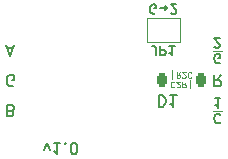
<source format=gbo>
%TF.GenerationSoftware,KiCad,Pcbnew,7.0.7*%
%TF.CreationDate,2023-09-18T16:38:50-04:00*%
%TF.ProjectId,Encoder Mount,456e636f-6465-4722-904d-6f756e742e6b,rev?*%
%TF.SameCoordinates,Original*%
%TF.FileFunction,Legend,Bot*%
%TF.FilePolarity,Positive*%
%FSLAX46Y46*%
G04 Gerber Fmt 4.6, Leading zero omitted, Abs format (unit mm)*
G04 Created by KiCad (PCBNEW 7.0.7) date 2023-09-18 16:38:50*
%MOMM*%
%LPD*%
G01*
G04 APERTURE LIST*
G04 Aperture macros list*
%AMRoundRect*
0 Rectangle with rounded corners*
0 $1 Rounding radius*
0 $2 $3 $4 $5 $6 $7 $8 $9 X,Y pos of 4 corners*
0 Add a 4 corners polygon primitive as box body*
4,1,4,$2,$3,$4,$5,$6,$7,$8,$9,$2,$3,0*
0 Add four circle primitives for the rounded corners*
1,1,$1+$1,$2,$3*
1,1,$1+$1,$4,$5*
1,1,$1+$1,$6,$7*
1,1,$1+$1,$8,$9*
0 Add four rect primitives between the rounded corners*
20,1,$1+$1,$2,$3,$4,$5,0*
20,1,$1+$1,$4,$5,$6,$7,0*
20,1,$1+$1,$6,$7,$8,$9,0*
20,1,$1+$1,$8,$9,$2,$3,0*%
%AMFreePoly0*
4,1,6,1.000000,0.000000,0.500000,-0.750000,-0.500000,-0.750000,-0.500000,0.750000,0.500000,0.750000,1.000000,0.000000,1.000000,0.000000,$1*%
%AMFreePoly1*
4,1,6,0.500000,-0.750000,-0.650000,-0.750000,-0.150000,0.000000,-0.650000,0.750000,0.500000,0.750000,0.500000,-0.750000,0.500000,-0.750000,$1*%
G04 Aperture macros list end*
%ADD10C,0.150000*%
%ADD11C,0.100000*%
%ADD12C,0.120000*%
%ADD13C,0.000000*%
%ADD14C,2.600000*%
%ADD15C,3.500000*%
%ADD16C,4.000000*%
%ADD17R,2.000000X2.000000*%
%ADD18C,2.000000*%
%ADD19C,3.200000*%
%ADD20R,1.700000X1.700000*%
%ADD21O,1.700000X1.700000*%
%ADD22FreePoly0,0.000000*%
%ADD23FreePoly1,0.000000*%
%ADD24RoundRect,0.225000X0.225000X0.375000X-0.225000X0.375000X-0.225000X-0.375000X0.225000X-0.375000X0*%
G04 APERTURE END LIST*
D10*
X108860839Y-99543430D02*
X108527506Y-100019621D01*
X108289411Y-99543430D02*
X108289411Y-100543430D01*
X108289411Y-100543430D02*
X108670363Y-100543430D01*
X108670363Y-100543430D02*
X108765601Y-100495811D01*
X108765601Y-100495811D02*
X108813220Y-100448192D01*
X108813220Y-100448192D02*
X108860839Y-100352954D01*
X108860839Y-100352954D02*
X108860839Y-100210097D01*
X108860839Y-100210097D02*
X108813220Y-100114859D01*
X108813220Y-100114859D02*
X108765601Y-100067240D01*
X108765601Y-100067240D02*
X108670363Y-100019621D01*
X108670363Y-100019621D02*
X108289411Y-100019621D01*
X108296429Y-97179514D02*
X108334525Y-97217609D01*
X108334525Y-97217609D02*
X108410715Y-97255704D01*
X108410715Y-97255704D02*
X108601191Y-97255704D01*
X108601191Y-97255704D02*
X108677382Y-97217609D01*
X108677382Y-97217609D02*
X108715477Y-97179514D01*
X108715477Y-97179514D02*
X108753572Y-97103323D01*
X108753572Y-97103323D02*
X108753572Y-97027133D01*
X108753572Y-97027133D02*
X108715477Y-96912847D01*
X108715477Y-96912847D02*
X108258334Y-96455704D01*
X108258334Y-96455704D02*
X108753572Y-96455704D01*
X108772620Y-102925895D02*
X108734524Y-102887800D01*
X108734524Y-102887800D02*
X108620239Y-102849704D01*
X108620239Y-102849704D02*
X108544048Y-102849704D01*
X108544048Y-102849704D02*
X108429762Y-102887800D01*
X108429762Y-102887800D02*
X108353572Y-102963990D01*
X108353572Y-102963990D02*
X108315477Y-103040180D01*
X108315477Y-103040180D02*
X108277381Y-103192561D01*
X108277381Y-103192561D02*
X108277381Y-103306847D01*
X108277381Y-103306847D02*
X108315477Y-103459228D01*
X108315477Y-103459228D02*
X108353572Y-103535419D01*
X108353572Y-103535419D02*
X108429762Y-103611609D01*
X108429762Y-103611609D02*
X108544048Y-103649704D01*
X108544048Y-103649704D02*
X108620239Y-103649704D01*
X108620239Y-103649704D02*
X108734524Y-103611609D01*
X108734524Y-103611609D02*
X108772620Y-103573514D01*
X93871656Y-105961847D02*
X94109751Y-105295180D01*
X94109751Y-105295180D02*
X94347846Y-105961847D01*
X95252608Y-105295180D02*
X94681180Y-105295180D01*
X94966894Y-105295180D02*
X94966894Y-106295180D01*
X94966894Y-106295180D02*
X94871656Y-106152323D01*
X94871656Y-106152323D02*
X94776418Y-106057085D01*
X94776418Y-106057085D02*
X94681180Y-106009466D01*
X95681180Y-105390419D02*
X95728799Y-105342800D01*
X95728799Y-105342800D02*
X95681180Y-105295180D01*
X95681180Y-105295180D02*
X95633561Y-105342800D01*
X95633561Y-105342800D02*
X95681180Y-105390419D01*
X95681180Y-105390419D02*
X95681180Y-105295180D01*
X96347846Y-106295180D02*
X96443084Y-106295180D01*
X96443084Y-106295180D02*
X96538322Y-106247561D01*
X96538322Y-106247561D02*
X96585941Y-106199942D01*
X96585941Y-106199942D02*
X96633560Y-106104704D01*
X96633560Y-106104704D02*
X96681179Y-105914228D01*
X96681179Y-105914228D02*
X96681179Y-105676133D01*
X96681179Y-105676133D02*
X96633560Y-105485657D01*
X96633560Y-105485657D02*
X96585941Y-105390419D01*
X96585941Y-105390419D02*
X96538322Y-105342800D01*
X96538322Y-105342800D02*
X96443084Y-105295180D01*
X96443084Y-105295180D02*
X96347846Y-105295180D01*
X96347846Y-105295180D02*
X96252608Y-105342800D01*
X96252608Y-105342800D02*
X96204989Y-105390419D01*
X96204989Y-105390419D02*
X96157370Y-105485657D01*
X96157370Y-105485657D02*
X96109751Y-105676133D01*
X96109751Y-105676133D02*
X96109751Y-105914228D01*
X96109751Y-105914228D02*
X96157370Y-106104704D01*
X96157370Y-106104704D02*
X96204989Y-106199942D01*
X96204989Y-106199942D02*
X96252608Y-106247561D01*
X96252608Y-106247561D02*
X96347846Y-106295180D01*
D11*
X108905952Y-102603533D02*
X108144048Y-102603533D01*
D10*
X91074999Y-102607240D02*
X91217856Y-102559621D01*
X91217856Y-102559621D02*
X91265475Y-102512002D01*
X91265475Y-102512002D02*
X91313094Y-102416764D01*
X91313094Y-102416764D02*
X91313094Y-102273907D01*
X91313094Y-102273907D02*
X91265475Y-102178669D01*
X91265475Y-102178669D02*
X91217856Y-102131050D01*
X91217856Y-102131050D02*
X91122618Y-102083430D01*
X91122618Y-102083430D02*
X90741666Y-102083430D01*
X90741666Y-102083430D02*
X90741666Y-103083430D01*
X90741666Y-103083430D02*
X91074999Y-103083430D01*
X91074999Y-103083430D02*
X91170237Y-103035811D01*
X91170237Y-103035811D02*
X91217856Y-102988192D01*
X91217856Y-102988192D02*
X91265475Y-102892954D01*
X91265475Y-102892954D02*
X91265475Y-102797716D01*
X91265475Y-102797716D02*
X91217856Y-102702478D01*
X91217856Y-102702478D02*
X91170237Y-102654859D01*
X91170237Y-102654859D02*
X91074999Y-102607240D01*
X91074999Y-102607240D02*
X90741666Y-102607240D01*
X91265475Y-100495811D02*
X91170237Y-100543430D01*
X91170237Y-100543430D02*
X91027380Y-100543430D01*
X91027380Y-100543430D02*
X90884523Y-100495811D01*
X90884523Y-100495811D02*
X90789285Y-100400573D01*
X90789285Y-100400573D02*
X90741666Y-100305335D01*
X90741666Y-100305335D02*
X90694047Y-100114859D01*
X90694047Y-100114859D02*
X90694047Y-99972002D01*
X90694047Y-99972002D02*
X90741666Y-99781526D01*
X90741666Y-99781526D02*
X90789285Y-99686288D01*
X90789285Y-99686288D02*
X90884523Y-99591050D01*
X90884523Y-99591050D02*
X91027380Y-99543430D01*
X91027380Y-99543430D02*
X91122618Y-99543430D01*
X91122618Y-99543430D02*
X91265475Y-99591050D01*
X91265475Y-99591050D02*
X91313094Y-99638669D01*
X91313094Y-99638669D02*
X91313094Y-99972002D01*
X91313094Y-99972002D02*
X91122618Y-99972002D01*
D11*
X108905952Y-97523533D02*
X108144048Y-97523533D01*
D10*
X108734523Y-98531609D02*
X108658333Y-98569704D01*
X108658333Y-98569704D02*
X108544047Y-98569704D01*
X108544047Y-98569704D02*
X108429761Y-98531609D01*
X108429761Y-98531609D02*
X108353571Y-98455419D01*
X108353571Y-98455419D02*
X108315476Y-98379228D01*
X108315476Y-98379228D02*
X108277380Y-98226847D01*
X108277380Y-98226847D02*
X108277380Y-98112561D01*
X108277380Y-98112561D02*
X108315476Y-97960180D01*
X108315476Y-97960180D02*
X108353571Y-97883990D01*
X108353571Y-97883990D02*
X108429761Y-97807800D01*
X108429761Y-97807800D02*
X108544047Y-97769704D01*
X108544047Y-97769704D02*
X108620238Y-97769704D01*
X108620238Y-97769704D02*
X108734523Y-97807800D01*
X108734523Y-97807800D02*
X108772619Y-97845895D01*
X108772619Y-97845895D02*
X108772619Y-98112561D01*
X108772619Y-98112561D02*
X108620238Y-98112561D01*
D11*
X104894360Y-100184509D02*
X104870551Y-100160700D01*
X104870551Y-100160700D02*
X104799122Y-100136890D01*
X104799122Y-100136890D02*
X104751503Y-100136890D01*
X104751503Y-100136890D02*
X104680075Y-100160700D01*
X104680075Y-100160700D02*
X104632456Y-100208319D01*
X104632456Y-100208319D02*
X104608646Y-100255938D01*
X104608646Y-100255938D02*
X104584837Y-100351176D01*
X104584837Y-100351176D02*
X104584837Y-100422604D01*
X104584837Y-100422604D02*
X104608646Y-100517842D01*
X104608646Y-100517842D02*
X104632456Y-100565461D01*
X104632456Y-100565461D02*
X104680075Y-100613080D01*
X104680075Y-100613080D02*
X104751503Y-100636890D01*
X104751503Y-100636890D02*
X104799122Y-100636890D01*
X104799122Y-100636890D02*
X104870551Y-100613080D01*
X104870551Y-100613080D02*
X104894360Y-100589271D01*
X105084837Y-100589271D02*
X105108646Y-100613080D01*
X105108646Y-100613080D02*
X105156265Y-100636890D01*
X105156265Y-100636890D02*
X105275313Y-100636890D01*
X105275313Y-100636890D02*
X105322932Y-100613080D01*
X105322932Y-100613080D02*
X105346741Y-100589271D01*
X105346741Y-100589271D02*
X105370551Y-100541652D01*
X105370551Y-100541652D02*
X105370551Y-100494033D01*
X105370551Y-100494033D02*
X105346741Y-100422604D01*
X105346741Y-100422604D02*
X105061027Y-100136890D01*
X105061027Y-100136890D02*
X105370551Y-100136890D01*
X105870550Y-100136890D02*
X105703884Y-100374985D01*
X105584836Y-100136890D02*
X105584836Y-100636890D01*
X105584836Y-100636890D02*
X105775312Y-100636890D01*
X105775312Y-100636890D02*
X105822931Y-100613080D01*
X105822931Y-100613080D02*
X105846741Y-100589271D01*
X105846741Y-100589271D02*
X105870550Y-100541652D01*
X105870550Y-100541652D02*
X105870550Y-100470223D01*
X105870550Y-100470223D02*
X105846741Y-100422604D01*
X105846741Y-100422604D02*
X105822931Y-100398795D01*
X105822931Y-100398795D02*
X105775312Y-100374985D01*
X105775312Y-100374985D02*
X105584836Y-100374985D01*
X106203884Y-99970223D02*
X106203884Y-100684509D01*
X104727694Y-99165223D02*
X104727694Y-99879509D01*
X105370550Y-99331890D02*
X105203884Y-99569985D01*
X105084836Y-99331890D02*
X105084836Y-99831890D01*
X105084836Y-99831890D02*
X105275312Y-99831890D01*
X105275312Y-99831890D02*
X105322931Y-99808080D01*
X105322931Y-99808080D02*
X105346741Y-99784271D01*
X105346741Y-99784271D02*
X105370550Y-99736652D01*
X105370550Y-99736652D02*
X105370550Y-99665223D01*
X105370550Y-99665223D02*
X105346741Y-99617604D01*
X105346741Y-99617604D02*
X105322931Y-99593795D01*
X105322931Y-99593795D02*
X105275312Y-99569985D01*
X105275312Y-99569985D02*
X105084836Y-99569985D01*
X105561027Y-99784271D02*
X105584836Y-99808080D01*
X105584836Y-99808080D02*
X105632455Y-99831890D01*
X105632455Y-99831890D02*
X105751503Y-99831890D01*
X105751503Y-99831890D02*
X105799122Y-99808080D01*
X105799122Y-99808080D02*
X105822931Y-99784271D01*
X105822931Y-99784271D02*
X105846741Y-99736652D01*
X105846741Y-99736652D02*
X105846741Y-99689033D01*
X105846741Y-99689033D02*
X105822931Y-99617604D01*
X105822931Y-99617604D02*
X105537217Y-99331890D01*
X105537217Y-99331890D02*
X105846741Y-99331890D01*
X106346740Y-99379509D02*
X106322931Y-99355700D01*
X106322931Y-99355700D02*
X106251502Y-99331890D01*
X106251502Y-99331890D02*
X106203883Y-99331890D01*
X106203883Y-99331890D02*
X106132455Y-99355700D01*
X106132455Y-99355700D02*
X106084836Y-99403319D01*
X106084836Y-99403319D02*
X106061026Y-99450938D01*
X106061026Y-99450938D02*
X106037217Y-99546176D01*
X106037217Y-99546176D02*
X106037217Y-99617604D01*
X106037217Y-99617604D02*
X106061026Y-99712842D01*
X106061026Y-99712842D02*
X106084836Y-99760461D01*
X106084836Y-99760461D02*
X106132455Y-99808080D01*
X106132455Y-99808080D02*
X106203883Y-99831890D01*
X106203883Y-99831890D02*
X106251502Y-99831890D01*
X106251502Y-99831890D02*
X106322931Y-99808080D01*
X106322931Y-99808080D02*
X106346740Y-99784271D01*
D10*
X108803572Y-101535704D02*
X108346429Y-101535704D01*
X108575001Y-101535704D02*
X108575001Y-102335704D01*
X108575001Y-102335704D02*
X108498810Y-102221419D01*
X108498810Y-102221419D02*
X108422620Y-102145228D01*
X108422620Y-102145228D02*
X108346429Y-102107133D01*
X90765477Y-97289145D02*
X91241667Y-97289145D01*
X90670239Y-97003430D02*
X91003572Y-98003430D01*
X91003572Y-98003430D02*
X91336905Y-97003430D01*
X103287017Y-94367609D02*
X103210827Y-94405704D01*
X103210827Y-94405704D02*
X103096541Y-94405704D01*
X103096541Y-94405704D02*
X102982255Y-94367609D01*
X102982255Y-94367609D02*
X102906065Y-94291419D01*
X102906065Y-94291419D02*
X102867970Y-94215228D01*
X102867970Y-94215228D02*
X102829874Y-94062847D01*
X102829874Y-94062847D02*
X102829874Y-93948561D01*
X102829874Y-93948561D02*
X102867970Y-93796180D01*
X102867970Y-93796180D02*
X102906065Y-93719990D01*
X102906065Y-93719990D02*
X102982255Y-93643800D01*
X102982255Y-93643800D02*
X103096541Y-93605704D01*
X103096541Y-93605704D02*
X103172732Y-93605704D01*
X103172732Y-93605704D02*
X103287017Y-93643800D01*
X103287017Y-93643800D02*
X103325113Y-93681895D01*
X103325113Y-93681895D02*
X103325113Y-93948561D01*
X103325113Y-93948561D02*
X103172732Y-93948561D01*
X103667970Y-93910466D02*
X104277494Y-93910466D01*
X104125113Y-93758085D02*
X104277494Y-93910466D01*
X104277494Y-93910466D02*
X104125113Y-94062847D01*
X104620350Y-94329514D02*
X104658446Y-94367609D01*
X104658446Y-94367609D02*
X104734636Y-94405704D01*
X104734636Y-94405704D02*
X104925112Y-94405704D01*
X104925112Y-94405704D02*
X105001303Y-94367609D01*
X105001303Y-94367609D02*
X105039398Y-94329514D01*
X105039398Y-94329514D02*
X105077493Y-94253323D01*
X105077493Y-94253323D02*
X105077493Y-94177133D01*
X105077493Y-94177133D02*
X105039398Y-94062847D01*
X105039398Y-94062847D02*
X104582255Y-93605704D01*
X104582255Y-93605704D02*
X105077493Y-93605704D01*
X103333333Y-97905704D02*
X103333333Y-97334276D01*
X103333333Y-97334276D02*
X103295238Y-97219990D01*
X103295238Y-97219990D02*
X103219047Y-97143800D01*
X103219047Y-97143800D02*
X103104762Y-97105704D01*
X103104762Y-97105704D02*
X103028571Y-97105704D01*
X103714286Y-97105704D02*
X103714286Y-97905704D01*
X103714286Y-97905704D02*
X104019048Y-97905704D01*
X104019048Y-97905704D02*
X104095238Y-97867609D01*
X104095238Y-97867609D02*
X104133333Y-97829514D01*
X104133333Y-97829514D02*
X104171429Y-97753323D01*
X104171429Y-97753323D02*
X104171429Y-97639038D01*
X104171429Y-97639038D02*
X104133333Y-97562847D01*
X104133333Y-97562847D02*
X104095238Y-97524752D01*
X104095238Y-97524752D02*
X104019048Y-97486657D01*
X104019048Y-97486657D02*
X103714286Y-97486657D01*
X104933333Y-97105704D02*
X104476190Y-97105704D01*
X104704762Y-97105704D02*
X104704762Y-97905704D01*
X104704762Y-97905704D02*
X104628571Y-97791419D01*
X104628571Y-97791419D02*
X104552381Y-97715228D01*
X104552381Y-97715228D02*
X104476190Y-97677133D01*
X103586779Y-101295180D02*
X103586779Y-102295180D01*
X103586779Y-102295180D02*
X103824874Y-102295180D01*
X103824874Y-102295180D02*
X103967731Y-102247561D01*
X103967731Y-102247561D02*
X104062969Y-102152323D01*
X104062969Y-102152323D02*
X104110588Y-102057085D01*
X104110588Y-102057085D02*
X104158207Y-101866609D01*
X104158207Y-101866609D02*
X104158207Y-101723752D01*
X104158207Y-101723752D02*
X104110588Y-101533276D01*
X104110588Y-101533276D02*
X104062969Y-101438038D01*
X104062969Y-101438038D02*
X103967731Y-101342800D01*
X103967731Y-101342800D02*
X103824874Y-101295180D01*
X103824874Y-101295180D02*
X103586779Y-101295180D01*
X105110588Y-101295180D02*
X104539160Y-101295180D01*
X104824874Y-101295180D02*
X104824874Y-102295180D01*
X104824874Y-102295180D02*
X104729636Y-102152323D01*
X104729636Y-102152323D02*
X104634398Y-102057085D01*
X104634398Y-102057085D02*
X104539160Y-102009466D01*
D12*
X102600000Y-94750000D02*
X102600000Y-96750000D01*
X102600000Y-96750000D02*
X105400000Y-96750000D01*
X105400000Y-94750000D02*
X102600000Y-94750000D01*
X105400000Y-96750000D02*
X105400000Y-94750000D01*
%LPC*%
D13*
G36*
X96379952Y-92628973D02*
G01*
X96381984Y-92629242D01*
X96383986Y-92629668D01*
X96385942Y-92630253D01*
X96387836Y-92630993D01*
X96389652Y-92631887D01*
X96390526Y-92632392D01*
X96391376Y-92632934D01*
X96392198Y-92633515D01*
X96392991Y-92634133D01*
X96393753Y-92634789D01*
X96394482Y-92635483D01*
X96711084Y-92952032D01*
X96711783Y-92952766D01*
X96712443Y-92953532D01*
X96713066Y-92954330D01*
X96713650Y-92955156D01*
X96714196Y-92956009D01*
X96714704Y-92956886D01*
X96715174Y-92957787D01*
X96715604Y-92958709D01*
X96715996Y-92959650D01*
X96716349Y-92960608D01*
X96716936Y-92962568D01*
X96717365Y-92964573D01*
X96717634Y-92966609D01*
X96717741Y-92968659D01*
X96717686Y-92970708D01*
X96717467Y-92972741D01*
X96717296Y-92973746D01*
X96717083Y-92974742D01*
X96716828Y-92975725D01*
X96716532Y-92976695D01*
X96716193Y-92977650D01*
X96715812Y-92978586D01*
X96715389Y-92979503D01*
X96714923Y-92980399D01*
X96714414Y-92981271D01*
X96713863Y-92982118D01*
X96472832Y-93333331D01*
X96471749Y-93335069D01*
X96470784Y-93336937D01*
X96469937Y-93338919D01*
X96469210Y-93340996D01*
X96468605Y-93343152D01*
X96468122Y-93345369D01*
X96467763Y-93347630D01*
X96467530Y-93349919D01*
X96467424Y-93352216D01*
X96467446Y-93354507D01*
X96467597Y-93356772D01*
X96467880Y-93358995D01*
X96468294Y-93361159D01*
X96468842Y-93363246D01*
X96469526Y-93365239D01*
X96470345Y-93367121D01*
X96602807Y-93698013D01*
X96603135Y-93698977D01*
X96603509Y-93699938D01*
X96604386Y-93701847D01*
X96605426Y-93703728D01*
X96606616Y-93705569D01*
X96607943Y-93707358D01*
X96609395Y-93709085D01*
X96610958Y-93710736D01*
X96612621Y-93712301D01*
X96614370Y-93713769D01*
X96616193Y-93715126D01*
X96618077Y-93716363D01*
X96620010Y-93717466D01*
X96621978Y-93718425D01*
X96623970Y-93719228D01*
X96624970Y-93719567D01*
X96625972Y-93719863D01*
X96626973Y-93720114D01*
X96627971Y-93720319D01*
X97052269Y-93799278D01*
X97053256Y-93799484D01*
X97054230Y-93799738D01*
X97055191Y-93800040D01*
X97056137Y-93800388D01*
X97057067Y-93800780D01*
X97057980Y-93801214D01*
X97058874Y-93801689D01*
X97059748Y-93802205D01*
X97060602Y-93802758D01*
X97061433Y-93803348D01*
X97062241Y-93803973D01*
X97063024Y-93804631D01*
X97063781Y-93805321D01*
X97064510Y-93806042D01*
X97065212Y-93806792D01*
X97065883Y-93807570D01*
X97066524Y-93808373D01*
X97067132Y-93809201D01*
X97067706Y-93810052D01*
X97068246Y-93810924D01*
X97068750Y-93811817D01*
X97069217Y-93812727D01*
X97069645Y-93813655D01*
X97070033Y-93814597D01*
X97070381Y-93815554D01*
X97070686Y-93816523D01*
X97070947Y-93817503D01*
X97071164Y-93818492D01*
X97071335Y-93819488D01*
X97071459Y-93820491D01*
X97071534Y-93821499D01*
X97071559Y-93822510D01*
X97071612Y-94270199D01*
X97071589Y-94271212D01*
X97071517Y-94272222D01*
X97071395Y-94273226D01*
X97071227Y-94274223D01*
X97071013Y-94275212D01*
X97070753Y-94276192D01*
X97070451Y-94277160D01*
X97070106Y-94278116D01*
X97069719Y-94279058D01*
X97069294Y-94279984D01*
X97068327Y-94281784D01*
X97067217Y-94283504D01*
X97065972Y-94285133D01*
X97064603Y-94286658D01*
X97063120Y-94288069D01*
X97061532Y-94289352D01*
X97059849Y-94290497D01*
X97058976Y-94291014D01*
X97058083Y-94291492D01*
X97057171Y-94291930D01*
X97056241Y-94292325D01*
X97055296Y-94292677D01*
X97054335Y-94292984D01*
X97053361Y-94293245D01*
X97052375Y-94293458D01*
X96617387Y-94374348D01*
X96615393Y-94374812D01*
X96613389Y-94375451D01*
X96611387Y-94376254D01*
X96609401Y-94377210D01*
X96607445Y-94378307D01*
X96605532Y-94379535D01*
X96603674Y-94380882D01*
X96601885Y-94382336D01*
X96600178Y-94383887D01*
X96598566Y-94385523D01*
X96597063Y-94387233D01*
X96595682Y-94389006D01*
X96594436Y-94390830D01*
X96593339Y-94392693D01*
X96592402Y-94394586D01*
X96591641Y-94396496D01*
X96458305Y-94707568D01*
X96457442Y-94709431D01*
X96456716Y-94711404D01*
X96456127Y-94713472D01*
X96455674Y-94715618D01*
X96455355Y-94717823D01*
X96455170Y-94720072D01*
X96455118Y-94722348D01*
X96455196Y-94724632D01*
X96455405Y-94726909D01*
X96455743Y-94729161D01*
X96456209Y-94731371D01*
X96456802Y-94733522D01*
X96457521Y-94735598D01*
X96458365Y-94737581D01*
X96459332Y-94739454D01*
X96460422Y-94741200D01*
X96713863Y-95110591D01*
X96714410Y-95111438D01*
X96714914Y-95112310D01*
X96715377Y-95113205D01*
X96715797Y-95114122D01*
X96716175Y-95115058D01*
X96716512Y-95116012D01*
X96717060Y-95117964D01*
X96717444Y-95119963D01*
X96717663Y-95121993D01*
X96717719Y-95124040D01*
X96717614Y-95126087D01*
X96717348Y-95128120D01*
X96716922Y-95130123D01*
X96716338Y-95132081D01*
X96715597Y-95133978D01*
X96714700Y-95135799D01*
X96714193Y-95136676D01*
X96713648Y-95137528D01*
X96713064Y-95138354D01*
X96712442Y-95139151D01*
X96711782Y-95139917D01*
X96711084Y-95140651D01*
X96394535Y-95457200D01*
X96393801Y-95457898D01*
X96393035Y-95458559D01*
X96392238Y-95459181D01*
X96391413Y-95459766D01*
X96390562Y-95460312D01*
X96389685Y-95460820D01*
X96388786Y-95461289D01*
X96387866Y-95461720D01*
X96386927Y-95462112D01*
X96385971Y-95462464D01*
X96384016Y-95463052D01*
X96382015Y-95463480D01*
X96379985Y-95463749D01*
X96377940Y-95463857D01*
X96375895Y-95463802D01*
X96373867Y-95463583D01*
X96372864Y-95463412D01*
X96371870Y-95463199D01*
X96370888Y-95462944D01*
X96369920Y-95462647D01*
X96368967Y-95462309D01*
X96368031Y-95461928D01*
X96367115Y-95461505D01*
X96366220Y-95461039D01*
X96365349Y-95460530D01*
X96364502Y-95459979D01*
X95988628Y-95202040D01*
X95986889Y-95200953D01*
X95985019Y-95199985D01*
X95983036Y-95199137D01*
X95980955Y-95198411D01*
X95978796Y-95197807D01*
X95976576Y-95197327D01*
X95974311Y-95196973D01*
X95972020Y-95196744D01*
X95969720Y-95196643D01*
X95967429Y-95196671D01*
X95965163Y-95196828D01*
X95962941Y-95197117D01*
X95960780Y-95197537D01*
X95958698Y-95198092D01*
X95956711Y-95198781D01*
X95954837Y-95199605D01*
X95653291Y-95323044D01*
X95652332Y-95323385D01*
X95651376Y-95323772D01*
X95650424Y-95324202D01*
X95649478Y-95324675D01*
X95647609Y-95325742D01*
X95645781Y-95326959D01*
X95644003Y-95328312D01*
X95642288Y-95329789D01*
X95640647Y-95331377D01*
X95639091Y-95333063D01*
X95637632Y-95334834D01*
X95636280Y-95336676D01*
X95635048Y-95338576D01*
X95633945Y-95340522D01*
X95632984Y-95342501D01*
X95632176Y-95344498D01*
X95631532Y-95346502D01*
X95631276Y-95347503D01*
X95631064Y-95348500D01*
X95547316Y-95798411D01*
X95547108Y-95799400D01*
X95546851Y-95800376D01*
X95546548Y-95801339D01*
X95546199Y-95802286D01*
X95545807Y-95803218D01*
X95545372Y-95804131D01*
X95544897Y-95805027D01*
X95544382Y-95805902D01*
X95543829Y-95806755D01*
X95543240Y-95807587D01*
X95542617Y-95808395D01*
X95541959Y-95809177D01*
X95541270Y-95809934D01*
X95540551Y-95810664D01*
X95539803Y-95811364D01*
X95539027Y-95812035D01*
X95538226Y-95812675D01*
X95537400Y-95813282D01*
X95536551Y-95813856D01*
X95535680Y-95814395D01*
X95534790Y-95814898D01*
X95533882Y-95815364D01*
X95532956Y-95815792D01*
X95532015Y-95816179D01*
X95531060Y-95816526D01*
X95530093Y-95816830D01*
X95529114Y-95817091D01*
X95528126Y-95817307D01*
X95527131Y-95817478D01*
X95526128Y-95817601D01*
X95525121Y-95817676D01*
X95524110Y-95817701D01*
X95076395Y-95817701D01*
X95075386Y-95817676D01*
X95074381Y-95817601D01*
X95073381Y-95817478D01*
X95072387Y-95817307D01*
X95071401Y-95817091D01*
X95070424Y-95816830D01*
X95069458Y-95816526D01*
X95068505Y-95816179D01*
X95067565Y-95815792D01*
X95066641Y-95815364D01*
X95064844Y-95814395D01*
X95063127Y-95813282D01*
X95061500Y-95812035D01*
X95059978Y-95810664D01*
X95058570Y-95809177D01*
X95057290Y-95807587D01*
X95056701Y-95806755D01*
X95056148Y-95805902D01*
X95055634Y-95805027D01*
X95055158Y-95804131D01*
X95054724Y-95803218D01*
X95054331Y-95802286D01*
X95053983Y-95801339D01*
X95053680Y-95800376D01*
X95053423Y-95799400D01*
X95053215Y-95798411D01*
X94969493Y-95348500D01*
X94969025Y-95346502D01*
X94968382Y-95344498D01*
X94967575Y-95342501D01*
X94966616Y-95340522D01*
X94965515Y-95338576D01*
X94964284Y-95336676D01*
X94962934Y-95334834D01*
X94961476Y-95333063D01*
X94959921Y-95331377D01*
X94958280Y-95329789D01*
X94956566Y-95328312D01*
X94954788Y-95326959D01*
X94952958Y-95325742D01*
X94951086Y-95324675D01*
X94949186Y-95323772D01*
X94947266Y-95323044D01*
X94645693Y-95199605D01*
X94643815Y-95198781D01*
X94641825Y-95198092D01*
X94639738Y-95197537D01*
X94637575Y-95197117D01*
X94635350Y-95196828D01*
X94633083Y-95196671D01*
X94630791Y-95196643D01*
X94628491Y-95196744D01*
X94626200Y-95196973D01*
X94623936Y-95197327D01*
X94621718Y-95197807D01*
X94619561Y-95198411D01*
X94617483Y-95199137D01*
X94615503Y-95199985D01*
X94613637Y-95200953D01*
X94611903Y-95202040D01*
X94236055Y-95459979D01*
X94235206Y-95460530D01*
X94234332Y-95461039D01*
X94233434Y-95461505D01*
X94232516Y-95461928D01*
X94231578Y-95462309D01*
X94230623Y-95462647D01*
X94228668Y-95463199D01*
X94226667Y-95463583D01*
X94224635Y-95463802D01*
X94222587Y-95463857D01*
X94220539Y-95463749D01*
X94218507Y-95463480D01*
X94216504Y-95463052D01*
X94214548Y-95462464D01*
X94212654Y-95461720D01*
X94210835Y-95460820D01*
X94209960Y-95460312D01*
X94209110Y-95459766D01*
X94208286Y-95459181D01*
X94207491Y-95458559D01*
X94206727Y-95457898D01*
X94205996Y-95457200D01*
X93889420Y-95140651D01*
X93888724Y-95139917D01*
X93888066Y-95139151D01*
X93887445Y-95138354D01*
X93886862Y-95137528D01*
X93886317Y-95136676D01*
X93885810Y-95135799D01*
X93885341Y-95134899D01*
X93884911Y-95133978D01*
X93884520Y-95133038D01*
X93884167Y-95132081D01*
X93883580Y-95130123D01*
X93883151Y-95128120D01*
X93882881Y-95126087D01*
X93882772Y-95124040D01*
X93882825Y-95121993D01*
X93883042Y-95119963D01*
X93883213Y-95118958D01*
X93883425Y-95117964D01*
X93883679Y-95116981D01*
X93883975Y-95116012D01*
X93884313Y-95115058D01*
X93884693Y-95114122D01*
X93885116Y-95113205D01*
X93885582Y-95112310D01*
X93886090Y-95111438D01*
X93886641Y-95110591D01*
X94140109Y-94741200D01*
X94141189Y-94739454D01*
X94142149Y-94737581D01*
X94142985Y-94735598D01*
X94143699Y-94733522D01*
X94144287Y-94731371D01*
X94144749Y-94729161D01*
X94145084Y-94726909D01*
X94145292Y-94724632D01*
X94145369Y-94722348D01*
X94145317Y-94720072D01*
X94145133Y-94717823D01*
X94144816Y-94715618D01*
X94144365Y-94713472D01*
X94143779Y-94711404D01*
X94143058Y-94709431D01*
X94142199Y-94707568D01*
X94008837Y-94396496D01*
X94008481Y-94395540D01*
X94008080Y-94394586D01*
X94007149Y-94392693D01*
X94006056Y-94390830D01*
X94004814Y-94389006D01*
X94003437Y-94387233D01*
X94001937Y-94385523D01*
X94000328Y-94383887D01*
X93998623Y-94382336D01*
X93996835Y-94380882D01*
X93994977Y-94379535D01*
X93993061Y-94378307D01*
X93991103Y-94377210D01*
X93989113Y-94376254D01*
X93987106Y-94375451D01*
X93985094Y-94374812D01*
X93984090Y-94374558D01*
X93983091Y-94374348D01*
X93548129Y-94293458D01*
X93547138Y-94293245D01*
X93546160Y-94292984D01*
X93545196Y-94292677D01*
X93544247Y-94292325D01*
X93543314Y-94291930D01*
X93542399Y-94291492D01*
X93541504Y-94291015D01*
X93540628Y-94290498D01*
X93539774Y-94289943D01*
X93538942Y-94289353D01*
X93538134Y-94288728D01*
X93537352Y-94288070D01*
X93536595Y-94287380D01*
X93535866Y-94286660D01*
X93535166Y-94285912D01*
X93534496Y-94285136D01*
X93533857Y-94284335D01*
X93533250Y-94283509D01*
X93532677Y-94282660D01*
X93532138Y-94281791D01*
X93531636Y-94280901D01*
X93531171Y-94279993D01*
X93530745Y-94279068D01*
X93530358Y-94278127D01*
X93530012Y-94277173D01*
X93529708Y-94276206D01*
X93529448Y-94275228D01*
X93529232Y-94274241D01*
X93529062Y-94273246D01*
X93528939Y-94272244D01*
X93528865Y-94271236D01*
X93528840Y-94270226D01*
X93528866Y-93822537D01*
X93528891Y-93821526D01*
X93528966Y-93820518D01*
X93529089Y-93819515D01*
X93529260Y-93818518D01*
X93529476Y-93817529D01*
X93529737Y-93816549D01*
X93530041Y-93815580D01*
X93530388Y-93814624D01*
X93531203Y-93812754D01*
X93532172Y-93810951D01*
X93533285Y-93809228D01*
X93534532Y-93807596D01*
X93535904Y-93806069D01*
X93537390Y-93804657D01*
X93538980Y-93803374D01*
X93539812Y-93802784D01*
X93540666Y-93802231D01*
X93541541Y-93801716D01*
X93542436Y-93801240D01*
X93543349Y-93800806D01*
X93544281Y-93800414D01*
X93545228Y-93800067D01*
X93546191Y-93799765D01*
X93547167Y-93799510D01*
X93548156Y-93799304D01*
X93972453Y-93720346D01*
X93973450Y-93720141D01*
X93974450Y-93719890D01*
X93976450Y-93719255D01*
X93978442Y-93718452D01*
X93980412Y-93717493D01*
X93982348Y-93716389D01*
X93984236Y-93715153D01*
X93986063Y-93713795D01*
X93987817Y-93712328D01*
X93989485Y-93710763D01*
X93991053Y-93709111D01*
X93992508Y-93707385D01*
X93993838Y-93705595D01*
X93995030Y-93703754D01*
X93996070Y-93701874D01*
X93996946Y-93699965D01*
X93997318Y-93699003D01*
X93997644Y-93698039D01*
X94130106Y-93367148D01*
X94130926Y-93365266D01*
X94131610Y-93363272D01*
X94132159Y-93361185D01*
X94132575Y-93359022D01*
X94132859Y-93356798D01*
X94133011Y-93354533D01*
X94133034Y-93352243D01*
X94132928Y-93349945D01*
X94132694Y-93347657D01*
X94132335Y-93345395D01*
X94131850Y-93343178D01*
X94131241Y-93341022D01*
X94130510Y-93338945D01*
X94129658Y-93336964D01*
X94128685Y-93335095D01*
X94127593Y-93333357D01*
X93886588Y-92982144D01*
X93886039Y-92981298D01*
X93885533Y-92980425D01*
X93885069Y-92979530D01*
X93884648Y-92978613D01*
X93884269Y-92977676D01*
X93883932Y-92976722D01*
X93883383Y-92974768D01*
X93883001Y-92972767D01*
X93882784Y-92970734D01*
X93882730Y-92968685D01*
X93882838Y-92966635D01*
X93883106Y-92964600D01*
X93883534Y-92962594D01*
X93884120Y-92960634D01*
X93884862Y-92958735D01*
X93885759Y-92956913D01*
X93886265Y-92956035D01*
X93886810Y-92955182D01*
X93887392Y-92954356D01*
X93888013Y-92953559D01*
X93888671Y-92952793D01*
X93889367Y-92952059D01*
X94205969Y-92635509D01*
X94206701Y-92634816D01*
X94207465Y-92634160D01*
X94208260Y-92633542D01*
X94209083Y-92632961D01*
X94209934Y-92632418D01*
X94210809Y-92631914D01*
X94211707Y-92631447D01*
X94212627Y-92631019D01*
X94213566Y-92630630D01*
X94214522Y-92630279D01*
X94216478Y-92629695D01*
X94218480Y-92629268D01*
X94220513Y-92629000D01*
X94222561Y-92628892D01*
X94224608Y-92628945D01*
X94226640Y-92629161D01*
X94227646Y-92629330D01*
X94228642Y-92629541D01*
X94229626Y-92629793D01*
X94230596Y-92630086D01*
X94231552Y-92630422D01*
X94232489Y-92630799D01*
X94233408Y-92631218D01*
X94234305Y-92631680D01*
X94235180Y-92632184D01*
X94236029Y-92632731D01*
X94581023Y-92869528D01*
X94582758Y-92870603D01*
X94584616Y-92871547D01*
X94586582Y-92872358D01*
X94588636Y-92873036D01*
X94590764Y-92873581D01*
X94592947Y-92873993D01*
X94595169Y-92874270D01*
X94597413Y-92874413D01*
X94599661Y-92874421D01*
X94601897Y-92874294D01*
X94604103Y-92874031D01*
X94606263Y-92873632D01*
X94608360Y-92873096D01*
X94610376Y-92872424D01*
X94612295Y-92871613D01*
X94614099Y-92870665D01*
X94766249Y-92789431D01*
X94767156Y-92788996D01*
X94768071Y-92788614D01*
X94768993Y-92788284D01*
X94769919Y-92788005D01*
X94770848Y-92787777D01*
X94771779Y-92787599D01*
X94772710Y-92787470D01*
X94773638Y-92787391D01*
X94774564Y-92787360D01*
X94775485Y-92787377D01*
X94776399Y-92787441D01*
X94777305Y-92787552D01*
X94778201Y-92787708D01*
X94779086Y-92787911D01*
X94779958Y-92788158D01*
X94780815Y-92788449D01*
X94781656Y-92788784D01*
X94782480Y-92789162D01*
X94783284Y-92789582D01*
X94784068Y-92790044D01*
X94784828Y-92790548D01*
X94785565Y-92791092D01*
X94786276Y-92791676D01*
X94786960Y-92792300D01*
X94787615Y-92792963D01*
X94788239Y-92793664D01*
X94788831Y-92794402D01*
X94789389Y-92795178D01*
X94789912Y-92795990D01*
X94790399Y-92796838D01*
X94790846Y-92797721D01*
X94791254Y-92798640D01*
X95104972Y-93556660D01*
X95105337Y-93557603D01*
X95105654Y-93558560D01*
X95105924Y-93559530D01*
X95106147Y-93560510D01*
X95106323Y-93561500D01*
X95106454Y-93562496D01*
X95106581Y-93564503D01*
X95106532Y-93566518D01*
X95106312Y-93568524D01*
X95105926Y-93570509D01*
X95105379Y-93572457D01*
X95104675Y-93574354D01*
X95103819Y-93576186D01*
X95102817Y-93577938D01*
X95101672Y-93579596D01*
X95100389Y-93581146D01*
X95099698Y-93581875D01*
X95098974Y-93582572D01*
X95098218Y-93583235D01*
X95097430Y-93583862D01*
X95096612Y-93584450D01*
X95095764Y-93584999D01*
X95057687Y-93608311D01*
X95054938Y-93610056D01*
X95052008Y-93612048D01*
X95048949Y-93614244D01*
X95045816Y-93616600D01*
X95042661Y-93619072D01*
X95039539Y-93621617D01*
X95036503Y-93624192D01*
X95033607Y-93626754D01*
X95008406Y-93644007D01*
X94984353Y-93662740D01*
X94961515Y-93682887D01*
X94939958Y-93704383D01*
X94919748Y-93727163D01*
X94900950Y-93751161D01*
X94883630Y-93776313D01*
X94867854Y-93802552D01*
X94853688Y-93829814D01*
X94847229Y-93843809D01*
X94841197Y-93858034D01*
X94835600Y-93872482D01*
X94830447Y-93887146D01*
X94825746Y-93902016D01*
X94821505Y-93917084D01*
X94817731Y-93932343D01*
X94814435Y-93947784D01*
X94811622Y-93963399D01*
X94809303Y-93979181D01*
X94807485Y-93995120D01*
X94806176Y-94011208D01*
X94805385Y-94027438D01*
X94805119Y-94043801D01*
X94805763Y-94069280D01*
X94807676Y-94094424D01*
X94810824Y-94119202D01*
X94815179Y-94143584D01*
X94820708Y-94167538D01*
X94827380Y-94191033D01*
X94835164Y-94214037D01*
X94844030Y-94236521D01*
X94853946Y-94258453D01*
X94864880Y-94279801D01*
X94876802Y-94300534D01*
X94889681Y-94320622D01*
X94903486Y-94340034D01*
X94918184Y-94358737D01*
X94933746Y-94376702D01*
X94950140Y-94393896D01*
X94967336Y-94410290D01*
X94985301Y-94425851D01*
X95004005Y-94440549D01*
X95023416Y-94454353D01*
X95043504Y-94467231D01*
X95064238Y-94479152D01*
X95085586Y-94490086D01*
X95107517Y-94500000D01*
X95130000Y-94508865D01*
X95153004Y-94516649D01*
X95176498Y-94523321D01*
X95200451Y-94528849D01*
X95224831Y-94533203D01*
X95249608Y-94536352D01*
X95274750Y-94538263D01*
X95300226Y-94538908D01*
X95325702Y-94538263D01*
X95350844Y-94536352D01*
X95375620Y-94533203D01*
X95400000Y-94528849D01*
X95423952Y-94523321D01*
X95447445Y-94516649D01*
X95470448Y-94508865D01*
X95492930Y-94500000D01*
X95514861Y-94490086D01*
X95536207Y-94479152D01*
X95556940Y-94467231D01*
X95577027Y-94454353D01*
X95596437Y-94440549D01*
X95615140Y-94425851D01*
X95633104Y-94410290D01*
X95650298Y-94393896D01*
X95666691Y-94376702D01*
X95682251Y-94358737D01*
X95696949Y-94340034D01*
X95710752Y-94320622D01*
X95723630Y-94300534D01*
X95735551Y-94279801D01*
X95746484Y-94258453D01*
X95756399Y-94236521D01*
X95765264Y-94214037D01*
X95773047Y-94191033D01*
X95779719Y-94167538D01*
X95785247Y-94143584D01*
X95789601Y-94119202D01*
X95792750Y-94094424D01*
X95794662Y-94069280D01*
X95795306Y-94043801D01*
X95794249Y-94011208D01*
X95791123Y-93979181D01*
X95785993Y-93947784D01*
X95778924Y-93917084D01*
X95769983Y-93887146D01*
X95759235Y-93858034D01*
X95746746Y-93829814D01*
X95732581Y-93802552D01*
X95716806Y-93776313D01*
X95699486Y-93751161D01*
X95680689Y-93727163D01*
X95660478Y-93704383D01*
X95638919Y-93682887D01*
X95616080Y-93662740D01*
X95592024Y-93644007D01*
X95566817Y-93626754D01*
X95563938Y-93624192D01*
X95560913Y-93621617D01*
X95557797Y-93619072D01*
X95554645Y-93616600D01*
X95551514Y-93614244D01*
X95548458Y-93612048D01*
X95545532Y-93610056D01*
X95542791Y-93608311D01*
X95504714Y-93584999D01*
X95503870Y-93584450D01*
X95503056Y-93583862D01*
X95502273Y-93583235D01*
X95501520Y-93582572D01*
X95500799Y-93581875D01*
X95500111Y-93581146D01*
X95499455Y-93580385D01*
X95498832Y-93579596D01*
X95498244Y-93578780D01*
X95497690Y-93577938D01*
X95497171Y-93577073D01*
X95496689Y-93576186D01*
X95496242Y-93575279D01*
X95495833Y-93574354D01*
X95495462Y-93573412D01*
X95495129Y-93572457D01*
X95494834Y-93571488D01*
X95494580Y-93570509D01*
X95494365Y-93569520D01*
X95494191Y-93568524D01*
X95494059Y-93567523D01*
X95493968Y-93566518D01*
X95493920Y-93565511D01*
X95493916Y-93564503D01*
X95493955Y-93563498D01*
X95494038Y-93562496D01*
X95494167Y-93561500D01*
X95494341Y-93560510D01*
X95494561Y-93559530D01*
X95494828Y-93558560D01*
X95495143Y-93557603D01*
X95495506Y-93556660D01*
X95809198Y-92798613D01*
X95809605Y-92797695D01*
X95810053Y-92796812D01*
X95810538Y-92795964D01*
X95811061Y-92795152D01*
X95811619Y-92794377D01*
X95812210Y-92793639D01*
X95812834Y-92792939D01*
X95813488Y-92792277D01*
X95814171Y-92791654D01*
X95814881Y-92791071D01*
X95815617Y-92790528D01*
X95816377Y-92790025D01*
X95817159Y-92789563D01*
X95817963Y-92789144D01*
X95818786Y-92788767D01*
X95819626Y-92788432D01*
X95820483Y-92788142D01*
X95821355Y-92787895D01*
X95822239Y-92787693D01*
X95823135Y-92787537D01*
X95824041Y-92787426D01*
X95824955Y-92787362D01*
X95825876Y-92787345D01*
X95826802Y-92787376D01*
X95827731Y-92787454D01*
X95828663Y-92787582D01*
X95829594Y-92787759D01*
X95830525Y-92787986D01*
X95831452Y-92788263D01*
X95832376Y-92788592D01*
X95833293Y-92788972D01*
X95834203Y-92789405D01*
X95986352Y-92870639D01*
X95988161Y-92871587D01*
X95990083Y-92872398D01*
X95992101Y-92873072D01*
X95994199Y-92873609D01*
X95996360Y-92874010D01*
X95998566Y-92874275D01*
X96000802Y-92874403D01*
X96003049Y-92874397D01*
X96005291Y-92874255D01*
X96007511Y-92873978D01*
X96009693Y-92873566D01*
X96011819Y-92873021D01*
X96013872Y-92872341D01*
X96015836Y-92871528D01*
X96017694Y-92870581D01*
X96019428Y-92869501D01*
X96364449Y-92632704D01*
X96365296Y-92632158D01*
X96366168Y-92631654D01*
X96367064Y-92631192D01*
X96367981Y-92630773D01*
X96368917Y-92630395D01*
X96369871Y-92630060D01*
X96371824Y-92629514D01*
X96373825Y-92629134D01*
X96375856Y-92628918D01*
X96377904Y-92628865D01*
X96379952Y-92628973D01*
G37*
D14*
X90500000Y-94250000D03*
D15*
X90500000Y-94250000D03*
D14*
X109000000Y-94250000D03*
D15*
X109000000Y-94250000D03*
D16*
X100000000Y-99999999D03*
D17*
X92500000Y-97499999D03*
D18*
X92500000Y-102499999D03*
X92500000Y-99999999D03*
D19*
X100000000Y-94399999D03*
X100000000Y-105599999D03*
D18*
X107000000Y-102499999D03*
X107000000Y-97499999D03*
D14*
X109000000Y-105750000D03*
D15*
X109000000Y-105750000D03*
D20*
X109910000Y-97474999D03*
D21*
X109910000Y-100014999D03*
X109910000Y-102554999D03*
D20*
X89590000Y-97474999D03*
D21*
X89590000Y-100014999D03*
X89590000Y-102554999D03*
D14*
X90500000Y-105750000D03*
D15*
X90500000Y-105750000D03*
D22*
X103275000Y-95750000D03*
D23*
X104725000Y-95750000D03*
D24*
X107150000Y-100000000D03*
X103850000Y-100000000D03*
%LPD*%
M02*

</source>
